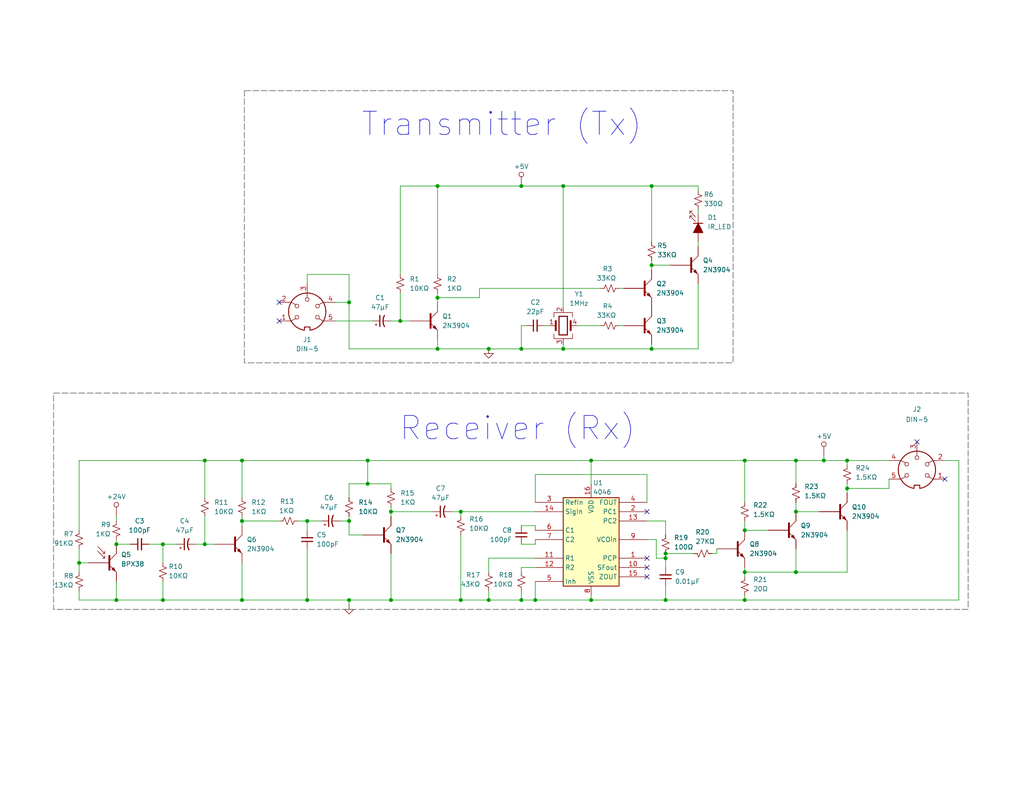
<source format=kicad_sch>
(kicad_sch (version 20250114) (generator "eeschema") (generator_version "9.0")
  (paper "A")
  (title_block (comment 1 "Justin Bell"))
  (lib_symbols
    (symbol "2N3904_1" (pin_numbers (hide yes)) (pin_names (offset 0) (hide yes))
      (property "Reference" "Q5" (at 3.81 1.2701 0))
      (property "Value" "2N3904" (at 3.81 -1.2699 0))
      (symbol "2N3904_1_0_1"
        (polyline (pts (xy -0.635 2.54) (xy -1.27 2.54) (xy -0.635 2.54) (xy -0.635 3.175) (xy -0.635 2.54) (xy -2.54 4.445)))
        (polyline (pts (xy -0.635 1.27) (xy -1.27 1.27) (xy -0.635 1.27) (xy -0.635 1.905) (xy -0.635 1.27) (xy -2.54 3.175)))
        (polyline (pts (xy 0.635 1.905) (xy 0.635 -1.905) (xy 0.635 -1.905)) (stroke (width 0.508)))
        (polyline (pts (xy 0.635 0.635) (xy 2.54 2.54)))
        (polyline (pts (xy 0.635 -0.635) (xy 2.54 -2.54) (xy 2.54 -2.54)))
        (polyline (pts (xy 1.27 -1.778) (xy 1.778 -1.27) (xy 2.286 -2.286) (xy 1.27 -1.778) (xy 1.27 -1.778)) (fill (type outline)))
      )
      (symbol "2N3904_1_1_1"
        (pin passive line (at -5.08 0 0) (length 5.715) (name "B") (number "2"))
        (pin passive line (at 2.54 5.08 270) (length 2.54) (name "C") (number "3"))
        (pin passive line (at 2.54 -5.08 90) (length 2.54) (name "E") (number "1"))
      )
    )
    (symbol "2_JB_Custom_sym:VCC"
      (property "Value" "+5V" (at 0 5.588 0))
      (symbol "VCC_0_1"
        (circle (center 0 3.175) (radius 0.635))
      )
      (symbol "VCC_1_1"
        (pin power_in line (at 0 0 90) (length 2.54) (name "~") (number ""))
      )
    )
    (symbol "4xxx_IEEE:4046"
      (property "Reference" "U" (at 8.89 12.7 0))
      (property "Value" "4046" (at 8.89 -15.24 0))
      (symbol "4046_0_1"
        (rectangle (start -7.62 11.43) (end 7.62 -12.7) (stroke (width 0.254)) (fill (type background)))
        (pin power_in line (at 0 15.24 270) (length 3.81) (name "VDD") (number "16"))
        (pin power_in line (at 0 -15.24 90) (length 2.54) (name "VSS") (number "8"))
      )
      (symbol "4046_1_1"
        (pin input line (at -15.24 10.16 0) (length 7.62) (name "RefIn") (number "3"))
        (pin input line (at -15.24 7.62 0) (length 7.62) (name "SigIn") (number "14"))
        (pin input line (at -15.24 2.54 0) (length 7.62) (name "C1") (number "6"))
        (pin input line (at -15.24 0 0) (length 7.62) (name "C2") (number "7"))
        (pin input line (at -15.24 -5.08 0) (length 7.62) (name "R1") (number "11"))
        (pin input line (at -15.24 -7.62 0) (length 7.62) (name "R2") (number "12"))
        (pin input line (at -15.24 -11.43 0) (length 7.62) (name "Inh") (number "5"))
        (pin output line (at 15.24 10.16 180) (length 7.62) (name "FOUT") (number "4"))
        (pin output line (at 15.24 7.62 180) (length 7.62) (name "PC1") (number "2"))
        (pin tri_state line (at 15.24 5.08 180) (length 7.62) (name "PC2") (number "13"))
        (pin input line (at 15.24 0 180) (length 7.62) (name "VCOin") (number "9"))
        (pin output line (at 15.24 -5.08 180) (length 7.62) (name "PCP") (number "1"))
        (pin output line (at 15.24 -7.62 180) (length 7.62) (name "SFout") (number "10"))
        (pin output line (at 15.24 -10.16 180) (length 7.62) (name "ZOUT") (number "15"))
      )
    )
    (symbol "Connector:DIN-5" (pin_names (offset 1.016))
      (property "Reference" "J" (at 3.175 5.715 0))
      (property "Value" "DIN-5" (at 0 -6.35 0))
      (symbol "DIN-5_0_1"
        (polyline (pts (xy -5.08 2.54) (xy -4.318 2.54) (xy -3.175 1.905)))
        (polyline (pts (xy -5.08 -2.54) (xy -4.318 -2.54) (xy -3.175 -1.905)))
        (circle (center -2.794 1.524) (radius 0.508))
        (circle (center -2.794 -1.524) (radius 0.508))
        (polyline (pts (xy -0.762 -4.953) (xy -0.762 -4.191) (xy 0.762 -4.191) (xy 0.762 -4.953)) (stroke (width 0.254)))
        (arc (start 5.08 0) (mid 3.8673 -3.3444) (end 0.762 -5.08) (stroke (width 0.254)))
        (polyline (pts (xy 0 5.08) (xy 0 3.81)))
        (circle (center 0 3.302) (radius 0.508))
        (arc (start -5.08 0) (mid 0 5.0579) (end 5.08 0) (stroke (width 0.254)))
        (arc (start -0.762 -5.08) (mid -3.8597 -3.3379) (end -5.08 0) (stroke (width 0.254)))
        (circle (center 2.794 1.524) (radius 0.508))
        (circle (center 2.794 -1.524) (radius 0.508))
        (polyline (pts (xy 5.08 2.54) (xy 4.318 2.54) (xy 3.175 1.905)))
        (polyline (pts (xy 5.08 -2.54) (xy 4.318 -2.54) (xy 3.175 -1.905)))
      )
      (symbol "DIN-5_1_1"
        (pin passive line (at -7.62 2.54 0) (length 2.54) (name "~") (number "2"))
        (pin passive line (at -7.62 -2.54 0) (length 2.54) (name "~") (number "1"))
        (pin passive line (at 0 7.62 270) (length 2.54) (name "~") (number "3"))
        (pin passive line (at 7.62 2.54 180) (length 2.54) (name "~") (number "4"))
        (pin passive line (at 7.62 -2.54 180) (length 2.54) (name "~") (number "5"))
      )
    )
    (symbol "Device:C_Polarized_Small_US" (pin_numbers (hide yes)) (pin_names (offset 0.254) (hide yes))
      (property "Reference" "C" (at 0.254 1.778 0))
      (property "Value" "C_Polarized_Small_US" (at 0.254 -2.032 0))
      (symbol "C_Polarized_Small_US_0_1"
        (polyline (pts (xy -1.524 0.508) (xy 1.524 0.508)) (stroke (width 0.3048)))
        (polyline (pts (xy -1.27 1.524) (xy -0.762 1.524)))
        (polyline (pts (xy -1.016 1.27) (xy -1.016 1.778)))
        (arc (start -1.524 -0.762) (mid 0 -0.3734) (end 1.524 -0.762) (stroke (width 0.3048)))
      )
      (symbol "C_Polarized_Small_US_1_1"
        (pin passive line (at 0 2.54 270) (length 2.032) (name "~") (number "1"))
        (pin passive line (at 0 -2.54 90) (length 2.032) (name "~") (number "2"))
      )
    )
    (symbol "Device:C_Small" (pin_numbers (hide yes)) (pin_names (offset 0.254) (hide yes))
      (property "Reference" "C" (at 0.254 1.778 0))
      (property "Value" "C_Small" (at 0.254 -2.032 0))
      (symbol "C_Small_0_1"
        (polyline (pts (xy -1.524 0.508) (xy 1.524 0.508)) (stroke (width 0.3048)))
        (polyline (pts (xy -1.524 -0.508) (xy 1.524 -0.508)) (stroke (width 0.3302)))
      )
      (symbol "C_Small_1_1"
        (pin passive line (at 0 2.54 270) (length 2.032) (name "~") (number "1"))
        (pin passive line (at 0 -2.54 90) (length 2.032) (name "~") (number "2"))
      )
    )
    (symbol "Device:Crystal_GND23" (pin_names (offset 1.016) (hide yes))
      (property "Reference" "Y" (at 3.175 5.08 0))
      (property "Value" "Crystal_GND23" (at 3.175 3.175 0))
      (symbol "Crystal_GND23_0_1"
        (polyline (pts (xy -2.54 2.286) (xy -2.54 3.556) (xy 2.54 3.556) (xy 2.54 2.286)))
        (polyline (pts (xy -2.54 0) (xy -2.032 0)))
        (polyline (pts (xy -2.54 -2.286) (xy -2.54 -3.556) (xy 2.54 -3.556) (xy 2.54 -2.286)))
        (polyline (pts (xy -2.032 -1.27) (xy -2.032 1.27)) (stroke (width 0.508)))
        (rectangle (start -1.143 2.54) (end 1.143 -2.54) (stroke (width 0.3048)))
        (polyline (pts (xy 0 3.556) (xy 0 3.81)))
        (polyline (pts (xy 0 -3.81) (xy 0 -3.556)))
        (polyline (pts (xy 2.032 0) (xy 2.54 0)))
        (polyline (pts (xy 2.032 -1.27) (xy 2.032 1.27)) (stroke (width 0.508)))
      )
      (symbol "Crystal_GND23_1_1"
        (pin passive line (at -3.81 0 0) (length 1.27) (name "1") (number "1"))
        (pin passive line (at 0 5.08 270) (length 1.27) (name "2") (number "2"))
        (pin passive line (at 0 -5.08 90) (length 1.27) (name "3") (number "3"))
        (pin passive line (at 3.81 0 180) (length 1.27) (name "4") (number "4"))
      )
    )
    (symbol "Device:LED_Filled" (pin_numbers (hide yes)) (pin_names (offset 1.016) (hide yes))
      (property "Reference" "D" (at 0 2.54 0))
      (property "Value" "LED_Filled" (at 0 -2.54 0))
      (symbol "LED_Filled_0_1"
        (polyline (pts (xy -3.048 -0.762) (xy -4.572 -2.286) (xy -3.81 -2.286) (xy -4.572 -2.286) (xy -4.572 -1.524)))
        (polyline (pts (xy -1.778 -0.762) (xy -3.302 -2.286) (xy -2.54 -2.286) (xy -3.302 -2.286) (xy -3.302 -1.524)))
        (polyline (pts (xy -1.27 0) (xy 1.27 0)))
        (polyline (pts (xy -1.27 -1.27) (xy -1.27 1.27)) (stroke (width 0.254)))
        (polyline (pts (xy 1.27 -1.27) (xy 1.27 1.27) (xy -1.27 0) (xy 1.27 -1.27)) (stroke (width 0.254)) (fill (type outline)))
      )
      (symbol "LED_Filled_1_1"
        (pin passive line (at -3.81 0 0) (length 2.54) (name "K") (number "1"))
        (pin passive line (at 3.81 0 180) (length 2.54) (name "A") (number "2"))
      )
    )
    (symbol "Device:R_Small_US" (pin_numbers (hide yes)) (pin_names (offset 0.254) (hide yes))
      (property "Reference" "R" (at 0.762 0.508 0))
      (property "Value" "R_Small_US" (at 0.762 -1.016 0))
      (symbol "R_Small_US_1_1"
        (polyline (pts (xy 0 1.524) (xy 1.016 1.143) (xy 0 0.762) (xy -1.016 0.381) (xy 0 0)))
        (polyline (pts (xy 0 0) (xy 1.016 -0.381) (xy 0 -0.762) (xy -1.016 -1.143) (xy 0 -1.524)))
        (pin passive line (at 0 2.54 270) (length 1.016) (name "~") (number "1"))
        (pin passive line (at 0 -2.54 90) (length 1.016) (name "~") (number "2"))
      )
    )
    (symbol "Transistor_BJT:2N3904" (pin_numbers (hide yes)) (pin_names (offset 0) (hide yes))
      (property "Reference" "Qe" (at 5.08 1.2701 0))
      (property "Value" "2N3904" (at 5.08 -1.2699 0))
      (symbol "2N3904_0_1"
        (polyline (pts (xy 0.635 1.905) (xy 0.635 -1.905) (xy 0.635 -1.905)) (stroke (width 0.508)))
        (polyline (pts (xy 0.635 0.635) (xy 2.54 2.54)))
        (polyline (pts (xy 0.635 -0.635) (xy 2.54 -2.54) (xy 2.54 -2.54)))
        (polyline (pts (xy 1.27 -1.778) (xy 1.778 -1.27) (xy 2.286 -2.286) (xy 1.27 -1.778) (xy 1.27 -1.778)) (fill (type outline)))
      )
      (symbol "2N3904_1_1"
        (pin passive line (at -5.08 0 0) (length 5.715) (name "B") (number "2"))
        (pin passive line (at 2.54 5.08 270) (length 2.54) (name "C") (number "3"))
        (pin passive line (at 2.54 -5.08 90) (length 2.54) (name "E") (number "1"))
      )
    )
    (symbol "power:GND" (power) (pin_numbers (hide yes)) (pin_names (offset 0) (hide yes))
      (property "Value" "GND" (at 0 -3.81 0))
      (symbol "GND_0_1"
        (polyline (pts (xy 0 0) (xy 0 -1.27) (xy 1.27 -1.27) (xy 0 -2.54) (xy -1.27 -1.27) (xy 0 -1.27)))
      )
      (symbol "GND_1_1"
        (pin power_in line (at 0 0 270) (length 0) (name "~") (number "1"))
      )
    )
  )
  (rectangle (start 14.605 107.315) (end 264.16 166.37) (stroke (width 0) (type dash) (color 72 72 72 1)))
  (rectangle (start 66.675 24.765) (end 200.025 99.06) (stroke (width 0) (type dash) (color 72 72 72 1)))
  (text "Transmitter (Tx)" (at 136.906 34.036 0) (effects (font (size 6.35 6.35))))
  (text "Receiver (Rx)" (at 141.224 117.094 0) (effects (font (size 6.35 6.35))))
  (junction (at 109.22 87.63))
  (junction (at 100.33 125.73))
  (junction (at 231.14 125.73))
  (junction (at 181.61 163.83))
  (junction (at 31.75 148.59))
  (junction (at 106.68 139.7))
  (junction (at 142.24 50.8))
  (junction (at 44.45 148.59))
  (junction (at 119.38 81.28))
  (junction (at 119.38 50.8))
  (junction (at 203.2 144.78))
  (junction (at 181.61 151.13))
  (junction (at 142.24 163.83))
  (junction (at 95.25 163.83))
  (junction (at 203.2 125.73))
  (junction (at 177.8 50.8))
  (junction (at 217.17 125.73))
  (junction (at 100.33 132.08))
  (junction (at 133.35 95.25))
  (junction (at 55.88 148.59))
  (junction (at 31.75 163.83))
  (junction (at 106.68 163.83))
  (junction (at 119.38 95.25))
  (junction (at 142.24 95.25))
  (junction (at 133.35 163.83))
  (junction (at 83.82 142.24))
  (junction (at 95.25 82.55))
  (junction (at 177.8 95.25))
  (junction (at 66.04 125.73))
  (junction (at 125.73 139.7))
  (junction (at 203.2 163.83))
  (junction (at 153.67 95.25))
  (junction (at 66.04 163.83))
  (junction (at 217.17 139.7))
  (junction (at 217.17 156.21))
  (junction (at 161.29 163.83))
  (junction (at 231.14 133.35))
  (junction (at 95.25 142.24))
  (junction (at 146.05 163.83))
  (junction (at 83.82 163.83))
  (junction (at 21.59 153.67))
  (junction (at 125.73 163.83))
  (junction (at 181.61 152.4))
  (junction (at 44.45 163.83))
  (junction (at 224.79 125.73))
  (junction (at 203.2 156.21))
  (junction (at 177.8 72.39))
  (junction (at 161.29 125.73))
  (junction (at 55.88 125.73))
  (junction (at 153.67 50.8))
  (junction (at 66.04 142.24))
  (no_connect (at 176.53 154.94))
  (no_connect (at 176.53 157.48))
  (no_connect (at 76.2 87.63))
  (no_connect (at 250.19 120.65))
  (no_connect (at 176.53 152.4))
  (no_connect (at 176.53 139.7))
  (no_connect (at 257.81 130.81))
  (no_connect (at 76.2 82.55))
  (wire (pts (xy 181.61 163.83) (xy 203.2 163.83)))
  (wire (pts (xy 83.82 77.47) (xy 83.82 74.93)))
  (wire (pts (xy 203.2 163.83) (xy 261.62 163.83)))
  (wire (pts (xy 95.25 163.83) (xy 106.68 163.83)))
  (wire (pts (xy 176.53 147.32) (xy 179.07 147.32)))
  (wire (pts (xy 66.04 142.24) (xy 76.2 142.24)))
  (wire (pts (xy 217.17 125.73) (xy 224.79 125.73)))
  (wire (pts (xy 142.24 88.9) (xy 143.51 88.9)))
  (wire (pts (xy 181.61 142.24) (xy 176.53 142.24)))
  (wire (pts (xy 190.5 67.31) (xy 190.5 66.04)))
  (wire (pts (xy 109.22 50.8) (xy 109.22 74.93)))
  (wire (pts (xy 119.38 92.71) (xy 119.38 95.25)))
  (wire (pts (xy 142.24 154.94) (xy 146.05 154.94)))
  (wire (pts (xy 95.25 135.89) (xy 95.25 132.08)))
  (wire (pts (xy 177.8 95.25) (xy 190.5 95.25)))
  (wire (pts (xy 21.59 161.29) (xy 21.59 163.83)))
  (wire (pts (xy 203.2 125.73) (xy 203.2 137.16)))
  (wire (pts (xy 21.59 144.78) (xy 21.59 125.73)))
  (wire (pts (xy 146.05 163.83) (xy 161.29 163.83)))
  (wire (pts (xy 195.58 151.13) (xy 195.58 149.86)))
  (wire (pts (xy 21.59 156.21) (xy 21.59 153.67)))
  (wire (pts (xy 168.91 88.9) (xy 170.18 88.9)))
  (wire (pts (xy 66.04 163.83) (xy 83.82 163.83)))
  (wire (pts (xy 153.67 50.8) (xy 177.8 50.8)))
  (wire (pts (xy 31.75 140.97) (xy 31.75 142.24)))
  (wire (pts (xy 142.24 148.59) (xy 146.05 148.59)))
  (wire (pts (xy 106.68 138.43) (xy 106.68 139.7)))
  (wire (pts (xy 148.59 88.9) (xy 149.86 88.9)))
  (wire (pts (xy 91.44 87.63) (xy 101.6 87.63)))
  (wire (pts (xy 217.17 156.21) (xy 231.14 156.21)))
  (wire (pts (xy 146.05 148.59) (xy 146.05 147.32)))
  (wire (pts (xy 217.17 149.86) (xy 217.17 156.21)))
  (wire (pts (xy 194.31 151.13) (xy 195.58 151.13)))
  (wire (pts (xy 177.8 71.12) (xy 177.8 72.39)))
  (wire (pts (xy 203.2 156.21) (xy 217.17 156.21)))
  (wire (pts (xy 224.79 124.46) (xy 224.79 125.73)))
  (wire (pts (xy 203.2 156.21) (xy 203.2 154.94)))
  (wire (pts (xy 177.8 50.8) (xy 190.5 50.8)))
  (wire (pts (xy 224.79 125.73) (xy 231.14 125.73)))
  (wire (pts (xy 153.67 95.25) (xy 177.8 95.25)))
  (wire (pts (xy 133.35 152.4) (xy 146.05 152.4)))
  (wire (pts (xy 189.23 151.13) (xy 181.61 151.13)))
  (wire (pts (xy 257.81 125.73) (xy 261.62 125.73)))
  (wire (pts (xy 146.05 129.54) (xy 146.05 137.16)))
  (wire (pts (xy 109.22 50.8) (xy 119.38 50.8)))
  (wire (pts (xy 95.25 146.05) (xy 99.06 146.05)))
  (wire (pts (xy 44.45 148.59) (xy 48.26 148.59)))
  (wire (pts (xy 125.73 140.97) (xy 125.73 139.7)))
  (wire (pts (xy 106.68 132.08) (xy 106.68 133.35)))
  (wire (pts (xy 161.29 132.08) (xy 161.29 125.73)))
  (wire (pts (xy 146.05 143.51) (xy 142.24 143.51)))
  (wire (pts (xy 44.45 158.75) (xy 44.45 163.83)))
  (wire (pts (xy 231.14 132.08) (xy 231.14 133.35)))
  (wire (pts (xy 83.82 144.78) (xy 83.82 142.24)))
  (wire (pts (xy 176.53 129.54) (xy 146.05 129.54)))
  (wire (pts (xy 95.25 165.1) (xy 95.25 163.83)))
  (wire (pts (xy 55.88 125.73) (xy 66.04 125.73)))
  (wire (pts (xy 181.61 160.02) (xy 181.61 163.83)))
  (wire (pts (xy 190.5 57.15) (xy 190.5 58.42)))
  (wire (pts (xy 142.24 161.29) (xy 142.24 163.83)))
  (wire (pts (xy 106.68 163.83) (xy 125.73 163.83)))
  (wire (pts (xy 142.24 163.83) (xy 146.05 163.83)))
  (wire (pts (xy 83.82 149.86) (xy 83.82 163.83)))
  (wire (pts (xy 161.29 125.73) (xy 203.2 125.73)))
  (wire (pts (xy 182.88 72.39) (xy 177.8 72.39)))
  (wire (pts (xy 95.25 132.08) (xy 100.33 132.08)))
  (wire (pts (xy 217.17 139.7) (xy 223.52 139.7)))
  (wire (pts (xy 181.61 152.4) (xy 181.61 154.94)))
  (wire (pts (xy 157.48 88.9) (xy 163.83 88.9)))
  (wire (pts (xy 179.07 147.32) (xy 179.07 152.4)))
  (wire (pts (xy 66.04 125.73) (xy 66.04 135.89)))
  (wire (pts (xy 203.2 142.24) (xy 203.2 144.78)))
  (wire (pts (xy 177.8 50.8) (xy 177.8 66.04)))
  (wire (pts (xy 95.25 74.93) (xy 95.25 82.55)))
  (wire (pts (xy 133.35 161.29) (xy 133.35 163.83)))
  (wire (pts (xy 106.68 139.7) (xy 106.68 140.97)))
  (wire (pts (xy 83.82 74.93) (xy 95.25 74.93)))
  (wire (pts (xy 203.2 144.78) (xy 209.55 144.78)))
  (wire (pts (xy 177.8 93.98) (xy 177.8 95.25)))
  (wire (pts (xy 203.2 125.73) (xy 217.17 125.73)))
  (wire (pts (xy 177.8 72.39) (xy 177.8 73.66)))
  (wire (pts (xy 83.82 163.83) (xy 95.25 163.83)))
  (wire (pts (xy 31.75 147.32) (xy 31.75 148.59)))
  (wire (pts (xy 170.18 78.74) (xy 168.91 78.74)))
  (wire (pts (xy 31.75 163.83) (xy 31.75 158.75)))
  (wire (pts (xy 231.14 133.35) (xy 242.57 133.35)))
  (wire (pts (xy 92.71 142.24) (xy 95.25 142.24)))
  (wire (pts (xy 66.04 140.97) (xy 66.04 142.24)))
  (wire (pts (xy 66.04 142.24) (xy 66.04 143.51)))
  (wire (pts (xy 55.88 148.59) (xy 58.42 148.59)))
  (wire (pts (xy 83.82 142.24) (xy 87.63 142.24)))
  (wire (pts (xy 106.68 151.13) (xy 106.68 163.83)))
  (wire (pts (xy 161.29 163.83) (xy 181.61 163.83)))
  (wire (pts (xy 153.67 95.25) (xy 142.24 95.25)))
  (wire (pts (xy 161.29 163.83) (xy 161.29 162.56)))
  (wire (pts (xy 146.05 144.78) (xy 146.05 143.51)))
  (wire (pts (xy 203.2 162.56) (xy 203.2 163.83)))
  (wire (pts (xy 125.73 139.7) (xy 146.05 139.7)))
  (wire (pts (xy 21.59 125.73) (xy 55.88 125.73)))
  (wire (pts (xy 119.38 81.28) (xy 119.38 82.55)))
  (wire (pts (xy 190.5 50.8) (xy 190.5 52.07)))
  (wire (pts (xy 66.04 153.67) (xy 66.04 163.83)))
  (wire (pts (xy 181.61 151.13) (xy 181.61 152.4)))
  (wire (pts (xy 133.35 163.83) (xy 142.24 163.83)))
  (wire (pts (xy 203.2 157.48) (xy 203.2 156.21)))
  (wire (pts (xy 106.68 139.7) (xy 118.11 139.7)))
  (wire (pts (xy 31.75 148.59) (xy 35.56 148.59)))
  (wire (pts (xy 142.24 50.8) (xy 153.67 50.8)))
  (wire (pts (xy 53.34 148.59) (xy 55.88 148.59)))
  (wire (pts (xy 109.22 87.63) (xy 111.76 87.63)))
  (wire (pts (xy 95.25 140.97) (xy 95.25 142.24)))
  (wire (pts (xy 179.07 152.4) (xy 181.61 152.4)))
  (wire (pts (xy 21.59 149.86) (xy 21.59 153.67)))
  (wire (pts (xy 190.5 77.47) (xy 190.5 95.25)))
  (wire (pts (xy 119.38 95.25) (xy 95.25 95.25)))
  (wire (pts (xy 119.38 80.01) (xy 119.38 81.28)))
  (wire (pts (xy 231.14 144.78) (xy 231.14 156.21)))
  (wire (pts (xy 153.67 50.8) (xy 153.67 83.82)))
  (wire (pts (xy 133.35 95.25) (xy 142.24 95.25)))
  (wire (pts (xy 261.62 125.73) (xy 261.62 163.83)))
  (wire (pts (xy 231.14 133.35) (xy 231.14 134.62)))
  (wire (pts (xy 119.38 50.8) (xy 119.38 74.93)))
  (wire (pts (xy 142.24 156.21) (xy 142.24 154.94)))
  (wire (pts (xy 125.73 163.83) (xy 133.35 163.83)))
  (wire (pts (xy 130.81 78.74) (xy 163.83 78.74)))
  (wire (pts (xy 40.64 148.59) (xy 44.45 148.59)))
  (wire (pts (xy 83.82 142.24) (xy 81.28 142.24)))
  (wire (pts (xy 100.33 125.73) (xy 161.29 125.73)))
  (wire (pts (xy 55.88 125.73) (xy 55.88 135.89)))
  (wire (pts (xy 21.59 153.67) (xy 24.13 153.67)))
  (wire (pts (xy 91.44 82.55) (xy 95.25 82.55)))
  (wire (pts (xy 44.45 163.83) (xy 66.04 163.83)))
  (wire (pts (xy 66.04 125.73) (xy 100.33 125.73)))
  (wire (pts (xy 125.73 146.05) (xy 125.73 163.83)))
  (wire (pts (xy 55.88 140.97) (xy 55.88 148.59)))
  (wire (pts (xy 109.22 80.01) (xy 109.22 87.63)))
  (wire (pts (xy 119.38 95.25) (xy 133.35 95.25)))
  (wire (pts (xy 217.17 125.73) (xy 217.17 132.08)))
  (wire (pts (xy 231.14 125.73) (xy 242.57 125.73)))
  (wire (pts (xy 130.81 78.74) (xy 130.81 81.28)))
  (wire (pts (xy 123.19 139.7) (xy 125.73 139.7)))
  (wire (pts (xy 153.67 93.98) (xy 153.67 95.25)))
  (wire (pts (xy 242.57 133.35) (xy 242.57 130.81)))
  (wire (pts (xy 133.35 156.21) (xy 133.35 152.4)))
  (wire (pts (xy 100.33 132.08) (xy 106.68 132.08)))
  (wire (pts (xy 231.14 125.73) (xy 231.14 127)))
  (wire (pts (xy 100.33 125.73) (xy 100.33 132.08)))
  (wire (pts (xy 106.68 87.63) (xy 109.22 87.63)))
  (wire (pts (xy 31.75 163.83) (xy 44.45 163.83)))
  (wire (pts (xy 95.25 82.55) (xy 95.25 95.25)))
  (wire (pts (xy 217.17 137.16) (xy 217.17 139.7)))
  (wire (pts (xy 95.25 146.05) (xy 95.25 142.24)))
  (wire (pts (xy 181.61 146.05) (xy 181.61 142.24)))
  (wire (pts (xy 21.59 163.83) (xy 31.75 163.83)))
  (wire (pts (xy 176.53 137.16) (xy 176.53 129.54)))
  (wire (pts (xy 142.24 88.9) (xy 142.24 95.25)))
  (wire (pts (xy 44.45 148.59) (xy 44.45 153.67)))
  (wire (pts (xy 119.38 50.8) (xy 142.24 50.8)))
  (wire (pts (xy 146.05 158.75) (xy 146.05 163.83)))
  (wire (pts (xy 130.81 81.28) (xy 119.38 81.28)))
  (symbol (lib_id "Transistor_BJT:2N3904") (at 104.14 146.05 0) (unit 1)
    (property "Reference" "Q7" (at 107.95 144.7799 0) (effects (justify left)))
    (property "Value" "2N3904" (at 107.95 147.3199 0) (effects (justify left)))
    (property "Footprint" "Package_TO_SOT_THT:TO-92_Inline" (effects (hide yes)))
    (property "Datasheet" "https://www.onsemi.com/pub/Collateral/2N3903-D.PDF" (effects (hide yes)))
    (property "Description" "0.2A Ic, 40V Vce, Small Signal NPN Transistor, TO-92" (effects (hide yes)))
  )
  (symbol (lib_id "power:GND") (at 133.35 95.25 0) (unit 1)
    (property "Reference" "#PWR01" (effects (hide yes)))
    (property "Value" "GND" (effects (hide yes)))
    (property "Description" "Power symbol creates a global label with name \"GND\" , ground" (effects (hide yes)))
  )
  (symbol (lib_id "Device:R_Small_US") (at 44.45 156.21 180) (unit 1)
    (property "Reference" "R10" (at 45.974 154.686 0) (effects (justify right)))
    (property "Value" "10KΩ" (at 45.974 157.226 0) (effects (justify right)))
    (property "Description" "Resistor, small US symbol" (effects (hide yes)))
  )
  (symbol (lib_id "Transistor_BJT:2N3904") (at 116.84 87.63 0) (unit 1)
    (property "Reference" "Q1" (at 120.65 86.3599 0) (effects (justify left)))
    (property "Value" "2N3904" (at 120.65 88.8999 0) (effects (justify left)))
    (property "Footprint" "Package_TO_SOT_THT:TO-92_Inline" (effects (hide yes)))
    (property "Datasheet" "https://www.onsemi.com/pub/Collateral/2N3903-D.PDF" (effects (hide yes)))
    (property "Description" "0.2A Ic, 40V Vce, Small Signal NPN Transistor, TO-92" (effects (hide yes)))
  )
  (symbol (lib_id "Device:C_Small") (at 181.61 157.48 180) (unit 1)
    (property "Reference" "C9" (at 184.15 156.2035 0) (effects (justify right)))
    (property "Value" "0.01µF" (at 184.15 158.7435 0) (effects (justify right)))
    (property "Description" "Unpolarized capacitor, small symbol" (effects (hide yes)))
  )
  (symbol (lib_id "Device:R_Small_US") (at 66.04 138.43 180) (unit 1)
    (property "Reference" "R12" (at 68.58 137.1599 0) (effects (justify right)))
    (property "Value" "1KΩ" (at 68.58 139.6999 0) (effects (justify right)))
    (property "Description" "Resistor, small US symbol" (effects (hide yes)))
  )
  (symbol (lib_id "2_JB_Custom_sym:VCC") (at 31.75 140.97 0) (unit 1)
    (property "Reference" "#PWR13" (effects (hide yes)))
    (property "Value" "+24V" (at 31.75 135.636 0))
  )
  (symbol (lib_id "Device:R_Small_US") (at 95.25 138.43 180) (unit 1)
    (property "Reference" "R14" (at 97.79 137.1599 0) (effects (justify right)))
    (property "Value" "10KΩ" (at 97.79 139.6999 0) (effects (justify right)))
    (property "Description" "Resistor, small US symbol" (effects (hide yes)))
  )
  (symbol (lib_id "Device:C_Small") (at 146.05 88.9 90) (unit 1)
    (property "Reference" "C2" (at 146.0563 82.55 90))
    (property "Value" "22pF" (at 146.0563 85.09 90))
    (property "Description" "Unpolarized capacitor, small symbol" (effects (hide yes)))
  )
  (symbol (lib_id "Device:LED_Filled") (at 190.5 62.23 270) (unit 1)
    (property "Reference" "D1" (at 193.04 59.3724 90) (effects (justify left)))
    (property "Value" "IR_LED" (at 193.04 61.9124 90) (effects (justify left)))
    (property "Description" "Light emitting diode, filled shape" (effects (hide yes)))
  )
  (symbol (lib_id "Transistor_BJT:2N3904") (at 187.96 72.39 0) (unit 1)
    (property "Reference" "Q4" (at 191.77 71.1199 0) (effects (justify left)))
    (property "Value" "2N3904" (at 191.77 73.6599 0) (effects (justify left)))
    (property "Footprint" "Package_TO_SOT_THT:TO-92_Inline" (effects (hide yes)))
    (property "Datasheet" "https://www.onsemi.com/pub/Collateral/2N3903-D.PDF" (effects (hide yes)))
    (property "Description" "0.2A Ic, 40V Vce, Small Signal NPN Transistor, TO-92" (effects (hide yes)))
  )
  (symbol (lib_id "Device:C_Polarized_Small_US") (at 120.65 139.7 90) (unit 1)
    (property "Reference" "C7" (at 120.2182 133.35 90))
    (property "Value" "47µF" (at 120.2182 135.89 90))
    (property "Description" "Polarized capacitor, small US symbol" (effects (hide yes)))
  )
  (symbol (lib_id "Device:R_Small_US") (at 78.74 142.24 270) (unit 1)
    (property "Reference" "R13" (at 80.264 136.906 90) (effects (justify right)))
    (property "Value" "1KΩ" (at 80.264 139.446 90) (effects (justify right)))
    (property "Description" "Resistor, small US symbol" (effects (hide yes)))
  )
  (symbol (lib_id "Device:R_Small_US") (at 190.5 54.61 180) (unit 1)
    (property "Reference" "R6" (at 192.024 53.086 0) (effects (justify right)))
    (property "Value" "330Ω" (at 192.024 55.626 0) (effects (justify right)))
    (property "Description" "Resistor, small US symbol" (effects (hide yes)))
  )
  (symbol (lib_id "Device:R_Small_US") (at 109.22 77.47 180) (unit 1)
    (property "Reference" "R1" (at 111.76 76.1999 0) (effects (justify right)))
    (property "Value" "10KΩ" (at 111.76 78.7399 0) (effects (justify right)))
    (property "Description" "Resistor, small US symbol" (effects (hide yes)))
  )
  (symbol (lib_id "Device:R_Small_US") (at 191.77 151.13 90) (mirror x) (unit 1)
    (property "Reference" "R20" (at 189.738 145.288 90) (effects (justify right)))
    (property "Value" "27KΩ" (at 189.738 147.828 90) (effects (justify right)))
    (property "Description" "Resistor, small US symbol" (effects (hide yes)))
  )
  (symbol (lib_id "Device:R_Small_US") (at 181.61 148.59 0) (mirror y) (unit 1)
    (property "Reference" "R19" (at 183.896 146.812 0) (effects (justify right)))
    (property "Value" "100Ω" (at 183.896 149.352 0) (effects (justify right)))
    (property "Description" "Resistor, small US symbol" (effects (hide yes)))
  )
  (symbol (lib_id "Device:R_Small_US") (at 55.88 138.43 180) (unit 1)
    (property "Reference" "R11" (at 58.42 137.1599 0) (effects (justify right)))
    (property "Value" "10KΩ" (at 58.42 139.6999 0) (effects (justify right)))
    (property "Description" "Resistor, small US symbol" (effects (hide yes)))
  )
  (symbol (lib_id "4xxx_IEEE:4046") (at 161.29 147.32 0) (unit 1)
    (property "Reference" "U1" (at 161.798 131.826 0) (effects (justify left)))
    (property "Value" "4046" (at 161.798 134.366 0) (effects (justify left)))
  )
  (symbol (lib_id "Transistor_BJT:2N3904") (at 214.63 144.78 0) (unit 1)
    (property "Reference" "Q9" (at 218.44 143.5099 0) (effects (justify left)))
    (property "Value" "2N3904" (at 218.44 146.0499 0) (effects (justify left)))
    (property "Footprint" "Package_TO_SOT_THT:TO-92_Inline" (effects (hide yes)))
    (property "Datasheet" "https://www.onsemi.com/pub/Collateral/2N3903-D.PDF" (effects (hide yes)))
    (property "Description" "0.2A Ic, 40V Vce, Small Signal NPN Transistor, TO-92" (effects (hide yes)))
  )
  (symbol (lib_id "Device:R_Small_US") (at 203.2 139.7 0) (mirror y) (unit 1)
    (property "Reference" "R22" (at 205.486 137.922 0) (effects (justify right)))
    (property "Value" "1.5KΩ" (at 205.486 140.462 0) (effects (justify right)))
    (property "Description" "Resistor, small US symbol" (effects (hide yes)))
  )
  (symbol (lib_id "Device:R_Small_US") (at 125.73 143.51 0) (mirror y) (unit 1)
    (property "Reference" "R16" (at 128.016 141.732 0) (effects (justify right)))
    (property "Value" "10KΩ" (at 128.016 144.272 0) (effects (justify right)))
    (property "Description" "Resistor, small US symbol" (effects (hide yes)))
  )
  (symbol (lib_id "Device:C_Polarized_Small_US") (at 104.14 87.63 90) (unit 1)
    (property "Reference" "C1" (at 103.7082 81.28 90))
    (property "Value" "47µF" (at 103.7082 83.82 90))
    (property "Description" "Polarized capacitor, small US symbol" (effects (hide yes)))
  )
  (symbol (lib_id "Connector:DIN-5") (at 250.19 128.27 0) (mirror y) (unit 1)
    (property "Reference" "J2" (at 250.1901 111.76 0))
    (property "Value" "DIN-5" (at 250.19 114.554 0))
    (property "Datasheet" "http://www.mouser.com/ds/2/18/40_c091_abd_e-75918.pdf" (effects (hide yes)))
    (property "Description" "5-pin DIN connector" (effects (hide yes)))
  )
  (symbol (lib_id "Device:R_Small_US") (at 21.59 158.75 0) (mirror x) (unit 1)
    (property "Reference" "R8" (at 20.066 157.226 0) (effects (justify right)))
    (property "Value" "13KΩ" (at 20.066 159.766 0) (effects (justify right)))
    (property "Description" "Resistor, small US symbol" (effects (hide yes)))
  )
  (symbol (lib_id "Device:R_Small_US") (at 166.37 78.74 270) (unit 1)
    (property "Reference" "R3" (at 167.132 73.406 90) (effects (justify right)))
    (property "Value" "33KΩ" (at 168.148 75.946 90) (effects (justify right)))
    (property "Description" "Resistor, small US symbol" (effects (hide yes)))
  )
  (symbol (lib_id "Device:C_Small") (at 83.82 147.32 180) (unit 1)
    (property "Reference" "C5" (at 86.36 146.0435 0) (effects (justify right)))
    (property "Value" "100pF" (at 86.36 148.5835 0) (effects (justify right)))
    (property "Description" "Unpolarized capacitor, small symbol" (effects (hide yes)))
  )
  (symbol (lib_id "Device:C_Polarized_Small_US") (at 90.17 142.24 90) (unit 1)
    (property "Reference" "C6" (at 89.7382 135.89 90))
    (property "Value" "47µF" (at 89.7382 138.43 90))
    (property "Description" "Polarized capacitor, small US symbol" (effects (hide yes)))
  )
  (symbol (lib_id "Device:R_Small_US") (at 177.8 68.58 180) (unit 1)
    (property "Reference" "R5" (at 179.324 67.056 0) (effects (justify right)))
    (property "Value" "33KΩ" (at 179.324 69.596 0) (effects (justify right)))
    (property "Description" "Resistor, small US symbol" (effects (hide yes)))
  )
  (symbol (lib_id "power:GND") (at 95.25 165.1 0) (unit 1)
    (property "Reference" "#PWR021" (effects (hide yes)))
    (property "Value" "GND" (effects (hide yes)))
    (property "Description" "Power symbol creates a global label with name \"GND\" , ground" (effects (hide yes)))
  )
  (symbol (lib_id "Device:R_Small_US") (at 31.75 144.78 0) (mirror x) (unit 1)
    (property "Reference" "R9" (at 30.226 143.256 0) (effects (justify right)))
    (property "Value" "1KΩ" (at 30.226 145.796 0) (effects (justify right)))
    (property "Description" "Resistor, small US symbol" (effects (hide yes)))
  )
  (symbol (lib_id "2_JB_Custom_sym:VCC") (at 142.24 50.8 0) (unit 1)
    (property "Reference" "#PWR8" (effects (hide yes)))
    (property "Value" "+5V" (at 142.24 45.466 0))
  )
  (symbol (lib_id "Transistor_BJT:2N3904") (at 63.5 148.59 0) (unit 1)
    (property "Reference" "Q6" (at 67.31 147.3199 0) (effects (justify left)))
    (property "Value" "2N3904" (at 67.31 149.8599 0) (effects (justify left)))
    (property "Footprint" "Package_TO_SOT_THT:TO-92_Inline" (effects (hide yes)))
    (property "Datasheet" "https://www.onsemi.com/pub/Collateral/2N3903-D.PDF" (effects (hide yes)))
    (property "Description" "0.2A Ic, 40V Vce, Small Signal NPN Transistor, TO-92" (effects (hide yes)))
  )
  (symbol (lib_id "Device:R_Small_US") (at 21.59 147.32 0) (mirror x) (unit 1)
    (property "Reference" "R7" (at 20.066 145.796 0) (effects (justify right)))
    (property "Value" "91KΩ" (at 20.066 148.336 0) (effects (justify right)))
    (property "Description" "Resistor, small US symbol" (effects (hide yes)))
  )
  (symbol (lib_id "Device:R_Small_US") (at 203.2 160.02 0) (mirror y) (unit 1)
    (property "Reference" "R21" (at 205.486 158.242 0) (effects (justify right)))
    (property "Value" "20Ω" (at 205.486 160.782 0) (effects (justify right)))
    (property "Description" "Resistor, small US symbol" (effects (hide yes)))
  )
  (symbol (lib_id "Device:R_Small_US") (at 119.38 77.47 180) (unit 1)
    (property "Reference" "R2" (at 121.92 76.1999 0) (effects (justify right)))
    (property "Value" "1KΩ" (at 121.92 78.7399 0) (effects (justify right)))
    (property "Description" "Resistor, small US symbol" (effects (hide yes)))
  )
  (symbol (lib_id "Connector:DIN-5") (at 83.82 85.09 0) (unit 1)
    (property "Reference" "J1" (at 83.8201 92.71 0))
    (property "Value" "DIN-5" (at 83.8201 95.25 0))
    (property "Datasheet" "http://www.mouser.com/ds/2/18/40_c091_abd_e-75918.pdf" (effects (hide yes)))
    (property "Description" "5-pin DIN connector" (effects (hide yes)))
  )
  (symbol (lib_id "Device:C_Polarized_Small_US") (at 50.8 148.59 90) (unit 1)
    (property "Reference" "C4" (at 50.3682 142.24 90))
    (property "Value" "47µF" (at 50.3682 144.78 90))
    (property "Description" "Polarized capacitor, small US symbol" (effects (hide yes)))
  )
  (symbol (lib_id "Device:R_Small_US") (at 231.14 129.54 0) (mirror y) (unit 1)
    (property "Reference" "R24" (at 233.426 127.762 0) (effects (justify right)))
    (property "Value" "1.5KΩ" (at 233.426 130.302 0) (effects (justify right)))
    (property "Description" "Resistor, small US symbol" (effects (hide yes)))
  )
  (symbol (lib_id "Device:R_Small_US") (at 133.35 158.75 0) (unit 1)
    (property "Reference" "R17" (at 131.064 156.972 0) (effects (justify right)))
    (property "Value" "43KΩ" (at 131.064 159.512 0) (effects (justify right)))
    (property "Description" "Resistor, small US symbol" (effects (hide yes)))
  )
  (symbol (lib_id "Device:C_Small") (at 38.1 148.59 90) (unit 1)
    (property "Reference" "C3" (at 38.1063 142.24 90))
    (property "Value" "100pF" (at 38.1063 144.78 90))
    (property "Description" "Unpolarized capacitor, small symbol" (effects (hide yes)))
  )
  (symbol (lib_id "Device:R_Small_US") (at 142.24 158.75 0) (unit 1)
    (property "Reference" "R18" (at 139.954 156.972 0) (effects (justify right)))
    (property "Value" "10KΩ" (at 139.954 159.512 0) (effects (justify right)))
    (property "Description" "Resistor, small US symbol" (effects (hide yes)))
  )
  (symbol (lib_id "Device:Crystal_GND23") (at 153.67 88.9 0) (unit 1)
    (property "Reference" "Y1" (at 157.988 80.264 0))
    (property "Value" "1MHz" (at 157.988 82.804 0))
    (property "Description" "Four pin crystal, GND on pins 2 and 3" (effects (hide yes)))
  )
  (symbol (lib_id "Device:R_Small_US") (at 106.68 135.89 180) (unit 1)
    (property "Reference" "R15" (at 109.22 134.6199 0) (effects (justify right)))
    (property "Value" "1KΩ" (at 109.22 137.1599 0) (effects (justify right)))
    (property "Description" "Resistor, small US symbol" (effects (hide yes)))
  )
  (symbol (lib_name "2N3904_1") (lib_id "Transistor_BJT:2N3904") (at 29.21 153.67 0) (unit 1)
    (property "Reference" "Q5" (at 33.02 151.4474 0) (effects (justify left)))
    (property "Value" "BPX38" (at 33.02 153.9874 0) (effects (justify left)))
    (property "Footprint" "Package_TO_SOT_THT:TO-92_Inline" (effects (hide yes)))
    (property "Datasheet" "https://www.onsemi.com/pub/Collateral/2N3903-D.PDF" (effects (hide yes)))
    (property "Description" "0.2A Ic, 40V Vce, Small Signal NPN Transistor, TO-92" (effects (hide yes)))
  )
  (symbol (lib_id "Device:C_Small") (at 142.24 146.05 0) (mirror x) (unit 1)
    (property "Reference" "C8" (at 139.7 144.7735 0) (effects (justify right)))
    (property "Value" "100pF" (at 139.7 147.3135 0) (effects (justify right)))
    (property "Description" "Unpolarized capacitor, small symbol" (effects (hide yes)))
  )
  (symbol (lib_id "Transistor_BJT:2N3904") (at 228.6 139.7 0) (unit 1)
    (property "Reference" "Q10" (at 232.41 138.4299 0) (effects (justify left)))
    (property "Value" "2N3904" (at 232.41 140.9699 0) (effects (justify left)))
    (property "Footprint" "Package_TO_SOT_THT:TO-92_Inline" (effects (hide yes)))
    (property "Datasheet" "https://www.onsemi.com/pub/Collateral/2N3903-D.PDF" (effects (hide yes)))
    (property "Description" "0.2A Ic, 40V Vce, Small Signal NPN Transistor, TO-92" (effects (hide yes)))
  )
  (symbol (lib_id "Transistor_BJT:2N3904") (at 200.66 149.86 0) (unit 1)
    (property "Reference" "Q8" (at 204.47 148.5899 0) (effects (justify left)))
    (property "Value" "2N3904" (at 204.47 151.1299 0) (effects (justify left)))
    (property "Footprint" "Package_TO_SOT_THT:TO-92_Inline" (effects (hide yes)))
    (property "Datasheet" "https://www.onsemi.com/pub/Collateral/2N3903-D.PDF" (effects (hide yes)))
    (property "Description" "0.2A Ic, 40V Vce, Small Signal NPN Transistor, TO-92" (effects (hide yes)))
  )
  (symbol (lib_id "Device:R_Small_US") (at 217.17 134.62 0) (mirror y) (unit 1)
    (property "Reference" "R23" (at 219.456 132.842 0) (effects (justify right)))
    (property "Value" "1.5KΩ" (at 219.456 135.382 0) (effects (justify right)))
    (property "Description" "Resistor, small US symbol" (effects (hide yes)))
  )
  (symbol (lib_id "Transistor_BJT:2N3904") (at 175.26 78.74 0) (unit 1)
    (property "Reference" "Q2" (at 179.07 77.4699 0) (effects (justify left)))
    (property "Value" "2N3904" (at 179.07 80.0099 0) (effects (justify left)))
    (property "Footprint" "Package_TO_SOT_THT:TO-92_Inline" (effects (hide yes)))
    (property "Datasheet" "https://www.onsemi.com/pub/Collateral/2N3903-D.PDF" (effects (hide yes)))
    (property "Description" "0.2A Ic, 40V Vce, Small Signal NPN Transistor, TO-92" (effects (hide yes)))
  )
  (symbol (lib_id "Device:R_Small_US") (at 166.37 88.9 270) (unit 1)
    (property "Reference" "R4" (at 167.132 83.566 90) (effects (justify right)))
    (property "Value" "33KΩ" (at 168.148 86.106 90) (effects (justify right)))
    (property "Description" "Resistor, small US symbol" (effects (hide yes)))
  )
  (symbol (lib_id "Transistor_BJT:2N3904") (at 175.26 88.9 0) (unit 1)
    (property "Reference" "Q3" (at 179.07 87.6299 0) (effects (justify left)))
    (property "Value" "2N3904" (at 179.07 90.1699 0) (effects (justify left)))
    (property "Footprint" "Package_TO_SOT_THT:TO-92_Inline" (effects (hide yes)))
    (property "Datasheet" "https://www.onsemi.com/pub/Collateral/2N3903-D.PDF" (effects (hide yes)))
    (property "Description" "0.2A Ic, 40V Vce, Small Signal NPN Transistor, TO-92" (effects (hide yes)))
  )
  (symbol (lib_id "2_JB_Custom_sym:VCC") (at 224.79 124.46 0) (unit 1)
    (property "Reference" "#PWR14" (effects (hide yes)))
    (property "Value" "+5V" (at 224.79 119.126 0))
  )
)
</source>
